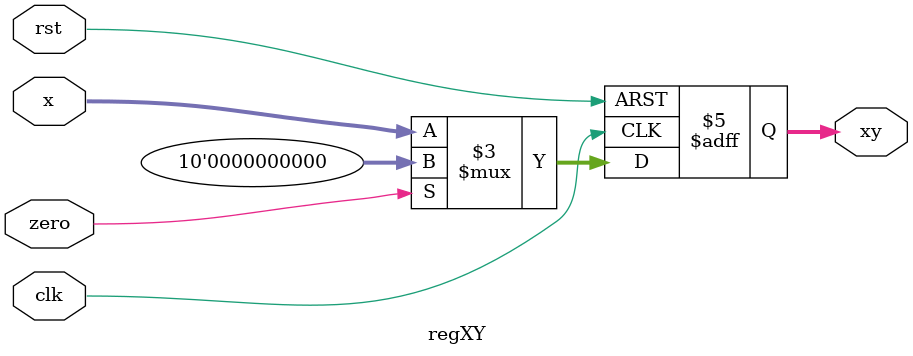
<source format=v>
module regXY # (
    parameter WIDTH = 10
)(
    input clk, rst,
    input zero,
    input [WIDTH-1:0] x,
    output reg [WIDTH-1:0] xy
);

    always @(posedge clk, posedge rst) begin
        if (rst) xy <= 0;
        else if (zero) xy <= 0;
        else xy <= x;
    end
    
endmodule : regXY

</source>
